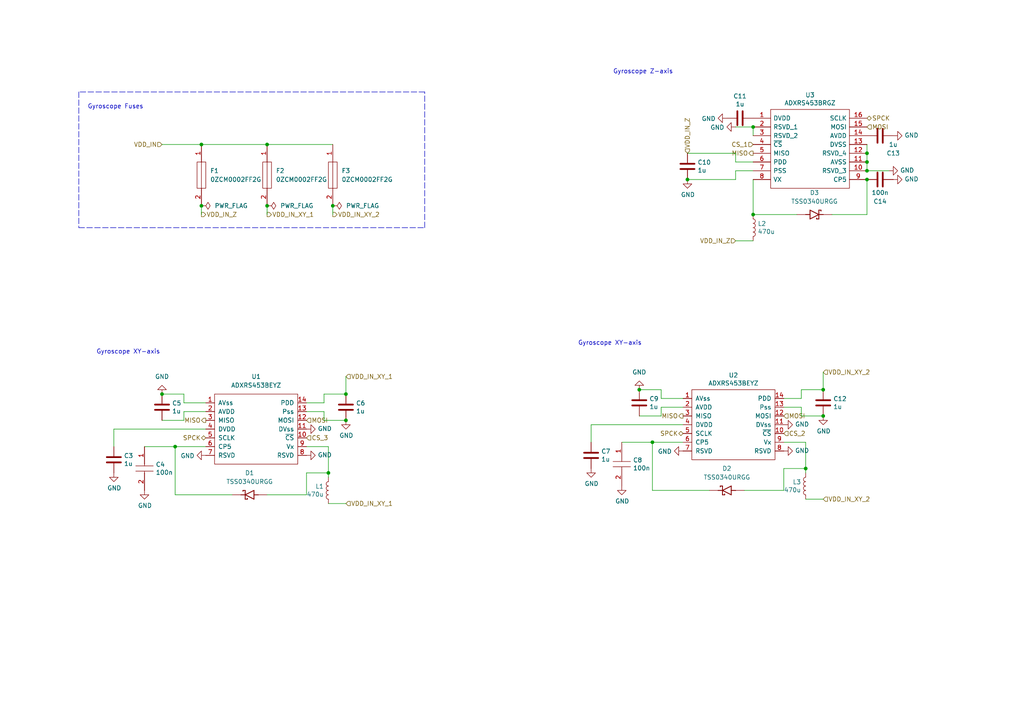
<source format=kicad_sch>
(kicad_sch (version 20211123) (generator eeschema)
  (paper "A4")
  (lib_symbols
    (symbol "ADCS_IC:0ZCM0002FF2G" (pin_names (offset 0.762))
      (property "Reference" "F" (at 13.97 6.35 0))
      (property "Value" "0ZCM0002FF2G" (at 13.97 3.81 0))
      (symbol "0ZCM0002FF2G_0_0"
        (pin passive line (at 0 0 0) (length 5.08) (name "~") (number "1"))
        (pin passive line (at 17.78 0 180) (length 5.08) (name "~") (number "2"))
      )
      (symbol "0ZCM0002FF2G_0_1"
        (polyline (pts (xy 5.08 0) (xy 12.7 0)) (stroke (width 0.1524)))
        (polyline (pts (xy 5.08 1.27) (xy 12.7 1.27) (xy 12.7 -1.27) (xy 5.08 -1.27) (xy 5.08 1.27)) (stroke (width 0.1524)))
      )
    )
    (symbol "ADCS_IC:ADXRS453BEYZ" (pin_names (offset 1.016))
      (property "Reference" "U" (at 31.75 7.62 0))
      (property "Value" "ADXRS453BEYZ" (at 38.1 5.08 0))
      (symbol "ADXRS453BEYZ_0_1"
        (rectangle (start 2.54 2.54) (end 26.67 -17.78) (stroke (width 0.1524)))
      )
      (symbol "ADXRS453BEYZ_1_1"
        (pin input line (at 0 0 0) (length 2.54) (name "AVss") (number "1"))
        (pin input line (at 29.21 -10.16 180) (length 2.54) (name "~{CS}") (number "10"))
        (pin input line (at 29.21 -7.62 180) (length 2.54) (name "DVss") (number "11"))
        (pin input line (at 29.21 -5.08 180) (length 2.54) (name "MOSI") (number "12"))
        (pin input line (at 29.21 -2.54 180) (length 2.54) (name "Pss") (number "13"))
        (pin input line (at 29.21 0 180) (length 2.54) (name "PDD") (number "14"))
        (pin input line (at 0 -2.54 0) (length 2.54) (name "AVDD") (number "2"))
        (pin input line (at 0 -5.08 0) (length 2.54) (name "MISO") (number "3"))
        (pin input line (at 0 -7.62 0) (length 2.54) (name "DVDD") (number "4"))
        (pin input line (at 0 -10.16 0) (length 2.54) (name "SCLK") (number "5"))
        (pin input line (at 0 -12.7 0) (length 2.54) (name "CP5") (number "6"))
        (pin input line (at 0 -15.24 0) (length 2.54) (name "RSVD") (number "7"))
        (pin input line (at 29.21 -15.24 180) (length 2.54) (name "RSVD") (number "8"))
        (pin input line (at 29.21 -12.7 180) (length 2.54) (name "Vx") (number "9"))
      )
    )
    (symbol "ADCS_IC:ADXRS453BRGZ" (pin_names (offset 0.762))
      (property "Reference" "U" (at 29.21 7.62 0))
      (property "Value" "ADXRS453BRGZ" (at 29.21 5.08 0))
      (symbol "ADXRS453BRGZ_0_0"
        (pin passive line (at 0 0 0) (length 5.08) (name "DVDD") (number "1"))
        (pin passive line (at 33.02 -15.24 180) (length 5.08) (name "RSVD_3") (number "10"))
        (pin passive line (at 33.02 -12.7 180) (length 5.08) (name "AVSS") (number "11"))
        (pin passive line (at 33.02 -10.16 180) (length 5.08) (name "RSVD_4") (number "12"))
        (pin passive line (at 33.02 -7.62 180) (length 5.08) (name "DVSS") (number "13"))
        (pin passive line (at 33.02 -5.08 180) (length 5.08) (name "AVDD") (number "14"))
        (pin passive line (at 33.02 -2.54 180) (length 5.08) (name "MOSI") (number "15"))
        (pin passive line (at 33.02 0 180) (length 5.08) (name "SCLK") (number "16"))
        (pin passive line (at 0 -2.54 0) (length 5.08) (name "RSVD_1") (number "2"))
        (pin passive line (at 0 -5.08 0) (length 5.08) (name "RSVD_2") (number "3"))
        (pin passive line (at 0 -7.62 0) (length 5.08) (name "~{CS}") (number "4"))
        (pin passive line (at 0 -10.16 0) (length 5.08) (name "MISO") (number "5"))
        (pin passive line (at 0 -12.7 0) (length 5.08) (name "PDD") (number "6"))
        (pin passive line (at 0 -15.24 0) (length 5.08) (name "PSS") (number "7"))
        (pin passive line (at 0 -17.78 0) (length 5.08) (name "VX") (number "8"))
        (pin passive line (at 33.02 -17.78 180) (length 5.08) (name "CP5") (number "9"))
      )
      (symbol "ADXRS453BRGZ_0_1"
        (polyline (pts (xy 5.08 2.54) (xy 27.94 2.54) (xy 27.94 -20.32) (xy 5.08 -20.32) (xy 5.08 2.54)) (stroke (width 0.1524)))
      )
    )
    (symbol "ADCS_IC:TSS0340URGG" (pin_numbers hide) (pin_names (offset 1.016) hide)
      (property "Reference" "D" (at -5.08 2.54 0))
      (property "Value" "TSS0340URGG" (at -5.08 -3.81 0))
      (symbol "TSS0340URGG_0_0"
        (polyline (pts (xy -2.54 0) (xy -1.27 0)) (stroke (width 0.254)))
        (polyline (pts (xy -1.27 -1.27) (xy 1.27 0)) (stroke (width 0.254)))
        (polyline (pts (xy -1.27 0) (xy -1.27 -1.27)) (stroke (width 0.254)))
        (polyline (pts (xy -1.27 1.27) (xy -1.27 0)) (stroke (width 0.254)))
        (polyline (pts (xy 0.635 -1.016) (xy 0.635 -1.27)) (stroke (width 0.254)))
        (polyline (pts (xy 1.27 -1.27) (xy 0.635 -1.27)) (stroke (width 0.254)))
        (polyline (pts (xy 1.27 0) (xy -1.27 1.27)) (stroke (width 0.254)))
        (polyline (pts (xy 1.27 0) (xy 1.27 -1.27)) (stroke (width 0.254)))
        (polyline (pts (xy 1.27 1.27) (xy 1.27 0)) (stroke (width 0.254)))
        (polyline (pts (xy 1.905 1.27) (xy 1.27 1.27)) (stroke (width 0.254)))
        (polyline (pts (xy 1.905 1.27) (xy 1.905 1.016)) (stroke (width 0.254)))
        (polyline (pts (xy 2.54 0) (xy 1.27 0)) (stroke (width 0.254)))
        (pin passive line (at -5.08 0 0) (length 2.54) (name "~") (number "A"))
        (pin passive line (at 5.08 0 180) (length 2.54) (name "~") (number "C"))
      )
    )
    (symbol "Device:C" (pin_numbers hide) (pin_names (offset 0.254))
      (property "Reference" "C" (at 0.635 2.54 0))
      (property "Value" "C" (at 0.635 -2.54 0))
      (symbol "C_0_1"
        (polyline (pts (xy -2.032 -0.762) (xy 2.032 -0.762)) (stroke (width 0.508)))
        (polyline (pts (xy -2.032 0.762) (xy 2.032 0.762)) (stroke (width 0.508)))
      )
      (symbol "C_1_1"
        (pin passive line (at 0 3.81 270) (length 2.794) (name "~") (number "1"))
        (pin passive line (at 0 -3.81 90) (length 2.794) (name "~") (number "2"))
      )
    )
    (symbol "Device:L" (pin_numbers hide) (pin_names (offset 1.016) hide)
      (property "Reference" "L" (at -1.27 0 90))
      (property "Value" "L" (at 1.905 0 90))
      (symbol "L_0_1"
        (arc (start 0 -2.54) (mid 0.635 -1.905) (end 0 -1.27))
        (arc (start 0 -1.27) (mid 0.635 -0.635) (end 0 0))
        (arc (start 0 0) (mid 0.635 0.635) (end 0 1.27))
        (arc (start 0 1.27) (mid 0.635 1.905) (end 0 2.54))
      )
      (symbol "L_1_1"
        (pin passive line (at 0 3.81 270) (length 1.27) (name "1") (number "1"))
        (pin passive line (at 0 -3.81 90) (length 1.27) (name "2") (number "2"))
      )
    )
    (symbol "OBC_PASSIVE:GCM155R71H104KE02J" (pin_names (offset 0.762))
      (property "Reference" "C" (at 8.89 6.35 0))
      (property "Value" "GCM155R71H104KE02J" (at 8.89 3.81 0))
      (symbol "GCM155R71H104KE02J_0_0"
        (pin passive line (at 0 0 0) (length 5.08) (name "~") (number "1"))
        (pin passive line (at 12.7 0 180) (length 5.08) (name "~") (number "2"))
      )
      (symbol "GCM155R71H104KE02J_0_1"
        (polyline (pts (xy 5.08 0) (xy 5.588 0)) (stroke (width 0.1524)))
        (polyline (pts (xy 5.588 2.54) (xy 5.588 -2.54)) (stroke (width 0.1524)))
        (polyline (pts (xy 7.112 0) (xy 7.62 0)) (stroke (width 0.1524)))
        (polyline (pts (xy 7.112 2.54) (xy 7.112 -2.54)) (stroke (width 0.1524)))
      )
    )
    (symbol "power:GND" (power) (pin_names (offset 0))
      (property "Value" "GND" (at 0 -3.81 0))
      (symbol "GND_0_1"
        (polyline (pts (xy 0 0) (xy 0 -1.27) (xy 1.27 -1.27) (xy 0 -2.54) (xy -1.27 -1.27) (xy 0 -1.27)))
      )
      (symbol "GND_1_1"
        (pin power_in line (at 0 0 270) (length 0) hide (name "GND") (number "1"))
      )
    )
    (symbol "power:PWR_FLAG" (power) (pin_numbers hide) (pin_names (offset 0) hide)
      (property "Value" "PWR_FLAG" (at 0 3.81 0))
      (symbol "PWR_FLAG_0_0"
        (pin power_out line (at 0 0 90) (length 0) (name "pwr") (number "1"))
      )
      (symbol "PWR_FLAG_0_1"
        (polyline (pts (xy 0 0) (xy 0 1.27) (xy -1.016 1.905) (xy 0 2.54) (xy 1.016 1.905) (xy 0 1.27)))
      )
    )
  )
  (junction (at 251.46 44.45))
  (junction (at 100.33 114.3))
  (junction (at 189.23 128.27))
  (junction (at 199.39 52.07))
  (junction (at 218.44 36.83))
  (junction (at 233.68 135.89))
  (junction (at 251.46 52.07))
  (junction (at 58.42 59.69))
  (junction (at 185.42 113.03))
  (junction (at 95.25 137.16))
  (junction (at 77.47 41.91))
  (junction (at 218.44 62.23))
  (junction (at 100.33 121.92))
  (junction (at 77.47 59.69))
  (junction (at 251.46 46.99))
  (junction (at 238.76 120.65))
  (junction (at 58.42 41.91))
  (junction (at 50.8 129.54))
  (junction (at 46.99 114.3))
  (junction (at 96.52 59.69))
  (junction (at 251.46 49.53))
  (junction (at 238.76 113.03))
  (wire (pts (xy 191.77 120.65) (xy 191.77 118.11)))
  (polyline (pts (xy 123.19 66.04) (xy 123.19 26.67)))
  (wire (pts (xy 77.47 41.91) (xy 96.52 41.91)))
  (wire (pts (xy 88.9 143.51) (xy 88.9 137.16)))
  (wire (pts (xy 233.68 135.89) (xy 233.68 137.16)))
  (wire (pts (xy 185.42 120.65) (xy 191.77 120.65)))
  (wire (pts (xy 218.44 49.53) (xy 213.36 49.53)))
  (wire (pts (xy 218.44 52.07) (xy 218.44 62.23)))
  (wire (pts (xy 227.33 135.89) (xy 233.68 135.89)))
  (wire (pts (xy 218.44 46.99) (xy 213.36 46.99)))
  (wire (pts (xy 96.52 62.23) (xy 96.52 59.69)))
  (wire (pts (xy 93.98 119.38) (xy 93.98 121.92)))
  (wire (pts (xy 189.23 128.27) (xy 189.23 142.24)))
  (wire (pts (xy 215.9 142.24) (xy 227.33 142.24)))
  (wire (pts (xy 88.9 119.38) (xy 93.98 119.38)))
  (wire (pts (xy 233.68 128.27) (xy 233.68 135.89)))
  (wire (pts (xy 251.46 52.07) (xy 251.46 62.23)))
  (wire (pts (xy 59.69 124.46) (xy 33.02 124.46)))
  (wire (pts (xy 59.69 116.84) (xy 53.34 116.84)))
  (wire (pts (xy 50.8 143.51) (xy 67.31 143.51)))
  (wire (pts (xy 218.44 62.23) (xy 231.14 62.23)))
  (wire (pts (xy 227.33 115.57) (xy 232.41 115.57)))
  (wire (pts (xy 213.36 52.07) (xy 199.39 52.07)))
  (wire (pts (xy 46.99 41.91) (xy 58.42 41.91)))
  (wire (pts (xy 95.25 137.16) (xy 95.25 138.43)))
  (wire (pts (xy 46.99 121.92) (xy 53.34 121.92)))
  (wire (pts (xy 191.77 113.03) (xy 185.42 113.03)))
  (wire (pts (xy 93.98 121.92) (xy 100.33 121.92)))
  (wire (pts (xy 218.44 39.37) (xy 218.44 36.83)))
  (wire (pts (xy 41.91 129.54) (xy 50.8 129.54)))
  (wire (pts (xy 88.9 137.16) (xy 95.25 137.16)))
  (wire (pts (xy 191.77 115.57) (xy 191.77 113.03)))
  (wire (pts (xy 100.33 109.22) (xy 100.33 114.3)))
  (wire (pts (xy 198.12 115.57) (xy 191.77 115.57)))
  (wire (pts (xy 232.41 120.65) (xy 238.76 120.65)))
  (wire (pts (xy 88.9 129.54) (xy 95.25 129.54)))
  (wire (pts (xy 251.46 41.91) (xy 251.46 44.45)))
  (wire (pts (xy 95.25 146.05) (xy 100.33 146.05)))
  (wire (pts (xy 53.34 114.3) (xy 46.99 114.3)))
  (wire (pts (xy 213.36 46.99) (xy 213.36 44.45)))
  (wire (pts (xy 227.33 128.27) (xy 233.68 128.27)))
  (wire (pts (xy 233.68 144.78) (xy 238.76 144.78)))
  (wire (pts (xy 180.34 128.27) (xy 189.23 128.27)))
  (wire (pts (xy 191.77 118.11) (xy 198.12 118.11)))
  (polyline (pts (xy 22.86 66.04) (xy 123.19 66.04)))
  (wire (pts (xy 213.36 44.45) (xy 199.39 44.45)))
  (wire (pts (xy 93.98 114.3) (xy 100.33 114.3)))
  (wire (pts (xy 50.8 129.54) (xy 50.8 143.51)))
  (wire (pts (xy 53.34 116.84) (xy 53.34 114.3)))
  (wire (pts (xy 58.42 41.91) (xy 77.47 41.91)))
  (wire (pts (xy 77.47 62.23) (xy 77.47 59.69)))
  (wire (pts (xy 93.98 116.84) (xy 93.98 114.3)))
  (wire (pts (xy 232.41 113.03) (xy 238.76 113.03)))
  (wire (pts (xy 251.46 49.53) (xy 257.81 49.53)))
  (polyline (pts (xy 22.86 26.67) (xy 22.86 66.04)))
  (wire (pts (xy 189.23 142.24) (xy 205.74 142.24)))
  (wire (pts (xy 59.69 129.54) (xy 50.8 129.54)))
  (wire (pts (xy 218.44 69.85) (xy 213.36 69.85)))
  (wire (pts (xy 251.46 46.99) (xy 251.46 49.53)))
  (wire (pts (xy 213.36 49.53) (xy 213.36 52.07)))
  (wire (pts (xy 58.42 62.23) (xy 58.42 59.69)))
  (wire (pts (xy 218.44 36.83) (xy 213.36 36.83)))
  (wire (pts (xy 232.41 115.57) (xy 232.41 113.03)))
  (wire (pts (xy 238.76 107.95) (xy 238.76 113.03)))
  (wire (pts (xy 198.12 123.19) (xy 171.45 123.19)))
  (wire (pts (xy 171.45 123.19) (xy 171.45 128.27)))
  (wire (pts (xy 241.3 62.23) (xy 251.46 62.23)))
  (wire (pts (xy 88.9 116.84) (xy 93.98 116.84)))
  (wire (pts (xy 251.46 44.45) (xy 251.46 46.99)))
  (polyline (pts (xy 123.19 26.67) (xy 22.86 26.67)))
  (wire (pts (xy 198.12 128.27) (xy 189.23 128.27)))
  (wire (pts (xy 95.25 129.54) (xy 95.25 137.16)))
  (wire (pts (xy 53.34 121.92) (xy 53.34 119.38)))
  (wire (pts (xy 232.41 118.11) (xy 232.41 120.65)))
  (wire (pts (xy 227.33 142.24) (xy 227.33 135.89)))
  (wire (pts (xy 227.33 118.11) (xy 232.41 118.11)))
  (wire (pts (xy 53.34 119.38) (xy 59.69 119.38)))
  (wire (pts (xy 33.02 124.46) (xy 33.02 129.54)))
  (wire (pts (xy 77.47 143.51) (xy 88.9 143.51)))
  (text "Gyroscope Fuses" (at 25.4 31.75 0) (effects (font (size 1.27 1.27)) (justify left bottom)))
  (text "Gyroscope XY-axis" (at 27.94 102.87 0) (effects (font (size 1.27 1.27)) (justify left bottom)))
  (text "Gyroscope XY-axis" (at 167.64 100.33 0) (effects (font (size 1.27 1.27)) (justify left bottom)))
  (text "Gyroscope Z-axis" (at 177.8 21.59 0) (effects (font (size 1.27 1.27)) (justify left bottom)))
  (hierarchical_label "CS_3" (shape input) (at 88.9 127 0))
  (hierarchical_label "MOSI" (shape input) (at 251.46 36.83 0))
  (hierarchical_label "VDD_IN_XY_1" (shape input) (at 100.33 109.22 0))
  (hierarchical_label "SPCK" (shape bidirectional) (at 251.46 34.29 0))
  (hierarchical_label "VDD_IN_XY_2" (shape output) (at 96.52 62.23 0))
  (hierarchical_label "VDD_IN_Z" (shape input) (at 199.39 44.45 90))
  (hierarchical_label "CS_2" (shape input) (at 227.33 125.73 0))
  (hierarchical_label "SPCK" (shape bidirectional) (at 198.12 125.73 180))
  (hierarchical_label "VDD_IN_XY_1" (shape output) (at 77.47 62.23 0))
  (hierarchical_label "SPCK" (shape bidirectional) (at 59.69 127 180))
  (hierarchical_label "VDD_IN_XY_2" (shape input) (at 238.76 107.95 0))
  (hierarchical_label "MISO" (shape output) (at 198.12 120.65 180))
  (hierarchical_label "VDD_IN_XY_1" (shape input) (at 100.33 146.05 0))
  (hierarchical_label "VDD_IN_Z" (shape output) (at 58.42 62.23 0))
  (hierarchical_label "VDD_IN_XY_2" (shape input) (at 238.76 144.78 0))
  (hierarchical_label "MISO" (shape output) (at 59.69 121.92 180))
  (hierarchical_label "MISO" (shape output) (at 218.44 44.45 180))
  (hierarchical_label "VDD_IN_Z" (shape input) (at 213.36 69.85 180))
  (hierarchical_label "VDD_IN" (shape input) (at 46.99 41.91 180))
  (hierarchical_label "MOSI" (shape input) (at 88.9 121.92 0))
  (hierarchical_label "MOSI" (shape input) (at 227.33 120.65 0))
  (hierarchical_label "CS_1" (shape input) (at 218.44 41.91 180))
  (symbol (lib_id "power:GND") (at 88.9 132.08 90) (unit 1)
    (property "Reference" "#PWR0125" (effects hide))
    (property "Value" "GND" (at 92.1512 131.953 90) (effects (justify right)))
  )
  (symbol (lib_id "Device:C") (at 100.33 118.11 0) (unit 1)
    (property "Reference" "C6" (at 103.251 116.9416 0) (effects (justify left)))
    (property "Value" "1u" (at 103.251 119.253 0) (effects (justify left)))
    (property "Footprint" "Capacitor_SMD:C_0603_1608Metric" (effects hide))
  )
  (symbol (lib_id "Device:L") (at 218.44 66.04 0) (unit 1)
    (property "Reference" "L2" (at 219.7608 64.8716 0) (effects (justify left)))
    (property "Value" "470u" (at 219.7608 67.183 0) (effects (justify left)))
    (property "Footprint" "Inductor_SMD:L_1210_3225Metric" (effects hide))
  )
  (symbol (lib_id "ADCS_IC:TSS0340URGG") (at 236.22 62.23 0) (unit 1)
    (property "Reference" "D3" (at 236.22 55.88 0))
    (property "Value" "TSS0340URGG" (at 236.22 58.42 0))
    (property "Footprint" "ADCS_IC:DIO_TSS0340URGG" (effects hide))
    (property "Availability" "In Stock" (effects hide))
    (property "Price" "None" (effects hide))
    (property "MF" "Taiwan Semiconductor Corporation" (effects hide))
    (property "Purchase-URL" "https://pricing.snapeda.com/search/part/TSS0230U RGG/?ref=eda" (effects hide))
    (property "Description" "603, 35V, 0.2A, Schottky Diode" (effects hide))
    (property "MP" "TSS0230U RGG" (effects hide))
    (property "Package" "0603 Taiwan Semiconductor" (effects hide))
  )
  (symbol (lib_id "power:GND") (at 213.36 36.83 270) (unit 1)
    (property "Reference" "#PWR0116" (effects hide))
    (property "Value" "GND" (at 210.1088 36.957 90) (effects (justify right)))
  )
  (symbol (lib_id "OBC_PASSIVE:GCM155R71H104KE02J") (at 180.34 128.27 270) (unit 1)
    (property "Reference" "C8" (at 183.5912 133.4516 90) (effects (justify left)))
    (property "Value" "100n" (at 183.5912 135.763 90) (effects (justify left)))
    (property "Footprint" "Capacitor_SMD:C_0402_1005Metric" (effects hide))
    (property "Datasheet" "https://psearch.en.murata.com/capacitor/product/GCM155R71H104KE02%23.html" (effects hide))
    (property "Description" "Capacitor GCM15 L=1.0mm W=0.5mm T=0.5mm" (effects hide))
    (property "Height" "0.55" (effects hide))
    (property "Mouser Part Number" "81-GCM155R71H104KE2J" (effects hide))
    (property "Mouser Price/Stock" "https://www.mouser.co.uk/ProductDetail/Murata-Electronics/GCM155R71H104KE02J?qs=hNud%2FORuBR1wlwGPFWBVDg%3D%3D" (effects hide))
    (property "Manufacturer_Name" "Murata Electronics" (effects hide))
    (property "Manufacturer_Part_Number" "GCM155R71H104KE02J" (effects hide))
  )
  (symbol (lib_id "Device:L") (at 233.68 140.97 0) (mirror y) (unit 1)
    (property "Reference" "L3" (at 232.3592 139.8016 0) (effects (justify left)))
    (property "Value" "470u" (at 232.3592 142.113 0) (effects (justify left)))
    (property "Footprint" "Inductor_SMD:L_1210_3225Metric" (effects hide))
  )
  (symbol (lib_id "power:GND") (at 227.33 123.19 90) (unit 1)
    (property "Reference" "#PWR0117" (effects hide))
    (property "Value" "GND" (at 230.5812 123.063 90) (effects (justify right)))
  )
  (symbol (lib_id "ADCS_IC:ADXRS453BEYZ") (at 198.12 115.57 0) (unit 1)
    (property "Reference" "U2" (at 212.725 108.839 0))
    (property "Value" "ADXRS453BEYZ" (at 212.725 111.1504 0))
    (property "Footprint" "ADCS_IC:ADXRS453BEYZ" (effects hide))
    (property "Datasheet" "https://gr.mouser.com/datasheet/2/609/ADXRS453-1503743.pdf" (effects hide))
  )
  (symbol (lib_id "ADCS_IC:0ZCM0002FF2G") (at 58.42 41.91 270) (unit 1)
    (property "Reference" "F1" (at 60.96 49.5299 90) (effects (justify left)))
    (property "Value" "0ZCM0002FF2G" (at 60.96 52.0699 90) (effects (justify left)))
    (property "Footprint" "ADCS_IC:FUSC1607X85N" (effects hide))
    (property "Datasheet" "https://www.belfuse.com/product-detail/circuit-protection-0zcm-series" (effects hide))
    (property "Description" "AEC-Q Compliant 0603 chip size, surface mount PTC resettable fuse" (effects hide))
    (property "Height" "0.85" (effects hide))
    (property "Manufacturer_Name" "Bel" (effects hide))
    (property "Manufacturer_Part_Number" "0ZCM0002FF2G" (effects hide))
  )
  (symbol (lib_id "power:GND") (at 180.34 140.97 0) (unit 1)
    (property "Reference" "#PWR0130" (effects hide))
    (property "Value" "GND" (at 180.467 145.3642 0))
  )
  (symbol (lib_id "power:GND") (at 88.9 124.46 90) (unit 1)
    (property "Reference" "#PWR0124" (effects hide))
    (property "Value" "GND" (at 92.1512 124.333 90) (effects (justify right)))
  )
  (symbol (lib_id "power:GND") (at 259.08 52.07 90) (unit 1)
    (property "Reference" "#PWR0113" (effects hide))
    (property "Value" "GND" (at 262.3312 51.943 90) (effects (justify right)))
  )
  (symbol (lib_id "Device:C") (at 255.27 39.37 90) (unit 1)
    (property "Reference" "C13" (at 259.08 44.45 90))
    (property "Value" "1u" (at 259.08 41.91 90))
    (property "Footprint" "Capacitor_SMD:C_0603_1608Metric" (effects hide))
  )
  (symbol (lib_id "ADCS_IC:0ZCM0002FF2G") (at 96.52 41.91 270) (unit 1)
    (property "Reference" "F3" (at 99.06 49.5299 90) (effects (justify left)))
    (property "Value" "0ZCM0002FF2G" (at 99.06 52.0699 90) (effects (justify left)))
    (property "Footprint" "ADCS_IC:FUSC1607X85N" (effects hide))
    (property "Datasheet" "https://www.belfuse.com/product-detail/circuit-protection-0zcm-series" (effects hide))
    (property "Description" "AEC-Q Compliant 0603 chip size, surface mount PTC resettable fuse" (effects hide))
    (property "Height" "0.85" (effects hide))
    (property "Manufacturer_Name" "Bel" (effects hide))
    (property "Manufacturer_Part_Number" "0ZCM0002FF2G" (effects hide))
  )
  (symbol (lib_id "power:GND") (at 41.91 142.24 0) (unit 1)
    (property "Reference" "#PWR0128" (effects hide))
    (property "Value" "GND" (at 42.037 146.6342 0))
  )
  (symbol (lib_id "power:GND") (at 210.82 34.29 270) (unit 1)
    (property "Reference" "#PWR0115" (effects hide))
    (property "Value" "GND" (at 207.5688 34.417 90) (effects (justify right)))
  )
  (symbol (lib_id "power:GND") (at 259.08 39.37 90) (unit 1)
    (property "Reference" "#PWR0112" (effects hide))
    (property "Value" "GND" (at 262.3312 39.243 90) (effects (justify right)))
  )
  (symbol (lib_id "Device:C") (at 238.76 116.84 0) (unit 1)
    (property "Reference" "C12" (at 241.681 115.6716 0) (effects (justify left)))
    (property "Value" "1u" (at 241.681 117.983 0) (effects (justify left)))
    (property "Footprint" "Capacitor_SMD:C_0603_1608Metric" (effects hide))
  )
  (symbol (lib_id "power:GND") (at 198.12 130.81 270) (unit 1)
    (property "Reference" "#PWR0132" (effects hide))
    (property "Value" "GND" (at 194.8688 130.937 90) (effects (justify right)))
  )
  (symbol (lib_id "power:GND") (at 257.81 49.53 90) (unit 1)
    (property "Reference" "#PWR0114" (effects hide))
    (property "Value" "GND" (at 261.0612 49.403 90) (effects (justify right)))
  )
  (symbol (lib_id "power:GND") (at 199.39 52.07 0) (unit 1)
    (property "Reference" "#PWR0111" (effects hide))
    (property "Value" "GND" (at 199.517 56.4642 0))
  )
  (symbol (lib_id "power:PWR_FLAG") (at 96.52 59.69 270) (unit 1)
    (property "Reference" "#FLG0103" (effects hide))
    (property "Value" "PWR_FLAG" (at 100.33 59.6899 90) (effects (justify left)))
  )
  (symbol (lib_id "power:GND") (at 100.33 121.92 0) (unit 1)
    (property "Reference" "#PWR0123" (effects hide))
    (property "Value" "GND" (at 100.457 126.3142 0))
  )
  (symbol (lib_id "power:PWR_FLAG") (at 58.42 59.69 270) (unit 1)
    (property "Reference" "#FLG0105" (effects hide))
    (property "Value" "PWR_FLAG" (at 62.23 59.6899 90) (effects (justify left)))
  )
  (symbol (lib_id "power:GND") (at 227.33 130.81 90) (unit 1)
    (property "Reference" "#PWR0122" (effects hide))
    (property "Value" "GND" (at 230.5812 130.683 90) (effects (justify right)))
  )
  (symbol (lib_id "Device:C") (at 214.63 34.29 90) (unit 1)
    (property "Reference" "C11" (at 214.63 27.8892 90))
    (property "Value" "1u" (at 214.63 30.2006 90))
    (property "Footprint" "Capacitor_SMD:C_0603_1608Metric" (effects hide))
  )
  (symbol (lib_id "ADCS_IC:ADXRS453BRGZ") (at 218.44 34.29 0) (unit 1)
    (property "Reference" "U3" (at 234.95 27.559 0))
    (property "Value" "ADXRS453BRGZ" (at 234.95 29.8704 0))
    (property "Footprint" "ADCS_IC:ADXRS453BRGZ" (effects hide))
    (property "Datasheet" "https://www.analog.com/media/en/technical-documentation/data-sheets/ADXRS453.pdf" (effects hide))
    (property "Description" "ADXRS453BRGZ Analog Devices, Gyroscope, SPI, 16-Pin SOIC" (effects hide))
    (property "Height" "3.73" (effects hide))
    (property "Manufacturer_Name" "Analog Devices" (effects hide))
    (property "Manufacturer_Part_Number" "ADXRS453BRGZ" (effects hide))
    (property "Mouser Part Number" "584-ADXRS453BRGZ" (effects hide))
    (property "Mouser Price/Stock" "https://www.mouser.co.uk/ProductDetail/Analog-Devices/ADXRS453BRGZ?qs=WIvQP4zGanhxCya%2FzhGurw%3D%3D" (effects hide))
    (property "Arrow Part Number" "ADXRS453BRGZ" (effects hide))
    (property "Arrow Price/Stock" "https://www.arrow.com/en/products/adxrs453brgz/analog-devices" (effects hide))
  )
  (symbol (lib_id "power:PWR_FLAG") (at 77.47 59.69 270) (unit 1)
    (property "Reference" "#FLG0104" (effects hide))
    (property "Value" "PWR_FLAG" (at 81.28 59.6899 90) (effects (justify left)))
  )
  (symbol (lib_id "power:GND") (at 171.45 135.89 0) (unit 1)
    (property "Reference" "#PWR0131" (effects hide))
    (property "Value" "GND" (at 171.577 140.2842 0))
  )
  (symbol (lib_id "OBC_PASSIVE:GCM155R71H104KE02J") (at 41.91 129.54 270) (unit 1)
    (property "Reference" "C4" (at 45.1612 134.7216 90) (effects (justify left)))
    (property "Value" "100n" (at 45.1612 137.033 90) (effects (justify left)))
    (property "Footprint" "Capacitor_SMD:C_0402_1005Metric" (effects hide))
    (property "Datasheet" "https://psearch.en.murata.com/capacitor/product/GCM155R71H104KE02%23.html" (effects hide))
    (property "Description" "Capacitor GCM15 L=1.0mm W=0.5mm T=0.5mm" (effects hide))
    (property "Height" "0.55" (effects hide))
    (property "Mouser Part Number" "81-GCM155R71H104KE2J" (effects hide))
    (property "Mouser Price/Stock" "https://www.mouser.co.uk/ProductDetail/Murata-Electronics/GCM155R71H104KE02J?qs=hNud%2FORuBR1wlwGPFWBVDg%3D%3D" (effects hide))
    (property "Manufacturer_Name" "Murata Electronics" (effects hide))
    (property "Manufacturer_Part_Number" "GCM155R71H104KE02J" (effects hide))
  )
  (symbol (lib_id "Device:C") (at 33.02 133.35 0) (unit 1)
    (property "Reference" "C3" (at 35.941 132.1816 0) (effects (justify left)))
    (property "Value" "1u" (at 35.941 134.493 0) (effects (justify left)))
    (property "Footprint" "Capacitor_SMD:C_0603_1608Metric" (effects hide))
  )
  (symbol (lib_id "ADCS_IC:TSS0340URGG") (at 72.39 143.51 0) (mirror y) (unit 1)
    (property "Reference" "D1" (at 72.39 137.16 0))
    (property "Value" "TSS0340URGG" (at 72.39 139.7 0))
    (property "Footprint" "ADCS_IC:DIO_TSS0340URGG" (effects hide))
    (property "Availability" "In Stock" (effects hide))
    (property "Price" "None" (effects hide))
    (property "MF" "Taiwan Semiconductor Corporation" (effects hide))
    (property "Purchase-URL" "https://pricing.snapeda.com/search/part/TSS0230U RGG/?ref=eda" (effects hide))
    (property "Description" "603, 35V, 0.2A, Schottky Diode" (effects hide))
    (property "MP" "TSS0230U RGG" (effects hide))
    (property "Package" "0603 Taiwan Semiconductor" (effects hide))
  )
  (symbol (lib_id "Device:C") (at 255.27 52.07 90) (unit 1)
    (property "Reference" "C14" (at 255.27 58.42 90))
    (property "Value" "100n" (at 255.27 55.88 90))
    (property "Footprint" "Capacitor_SMD:C_0402_1005Metric" (effects hide))
  )
  (symbol (lib_id "power:GND") (at 238.76 120.65 0) (unit 1)
    (property "Reference" "#PWR0118" (effects hide))
    (property "Value" "GND" (at 238.887 125.0442 0))
  )
  (symbol (lib_id "power:GND") (at 33.02 137.16 0) (unit 1)
    (property "Reference" "#PWR0129" (effects hide))
    (property "Value" "GND" (at 33.147 141.5542 0))
  )
  (symbol (lib_id "Device:C") (at 46.99 118.11 0) (unit 1)
    (property "Reference" "C5" (at 49.911 116.9416 0) (effects (justify left)))
    (property "Value" "1u" (at 49.911 119.253 0) (effects (justify left)))
    (property "Footprint" "Capacitor_SMD:C_0603_1608Metric" (effects hide))
  )
  (symbol (lib_id "power:GND") (at 59.69 132.08 270) (unit 1)
    (property "Reference" "#PWR0126" (effects hide))
    (property "Value" "GND" (at 56.4388 132.207 90) (effects (justify right)))
  )
  (symbol (lib_id "ADCS_IC:ADXRS453BEYZ") (at 59.69 116.84 0) (unit 1)
    (property "Reference" "U1" (at 74.295 109.22 0))
    (property "Value" "ADXRS453BEYZ" (at 74.295 111.76 0))
    (property "Footprint" "ADCS_IC:ADXRS453BEYZ" (effects hide))
    (property "Datasheet" "https://gr.mouser.com/datasheet/2/609/ADXRS453-1503743.pdf" (effects hide))
  )
  (symbol (lib_id "Device:C") (at 199.39 48.26 0) (unit 1)
    (property "Reference" "C10" (at 202.311 47.0916 0) (effects (justify left)))
    (property "Value" "1u" (at 202.311 49.403 0) (effects (justify left)))
    (property "Footprint" "Capacitor_SMD:C_0603_1608Metric" (effects hide))
  )
  (symbol (lib_id "Device:L") (at 95.25 142.24 0) (mirror y) (unit 1)
    (property "Reference" "L1" (at 93.9292 141.0716 0) (effects (justify left)))
    (property "Value" "470u" (at 93.9292 143.383 0) (effects (justify left)))
    (property "Footprint" "Inductor_SMD:L_1210_3225Metric" (effects hide))
  )
  (symbol (lib_id "ADCS_IC:0ZCM0002FF2G") (at 77.47 41.91 270) (unit 1)
    (property "Reference" "F2" (at 80.01 49.5299 90) (effects (justify left)))
    (property "Value" "0ZCM0002FF2G" (at 80.01 52.0699 90) (effects (justify left)))
    (property "Footprint" "ADCS_IC:FUSC1607X85N" (effects hide))
    (property "Datasheet" "https://www.belfuse.com/product-detail/circuit-protection-0zcm-series" (effects hide))
    (property "Description" "AEC-Q Compliant 0603 chip size, surface mount PTC resettable fuse" (effects hide))
    (property "Height" "0.85" (effects hide))
    (property "Manufacturer_Name" "Bel" (effects hide))
    (property "Manufacturer_Part_Number" "0ZCM0002FF2G" (effects hide))
  )
  (symbol (lib_id "power:GND") (at 46.99 114.3 180) (unit 1)
    (property "Reference" "#PWR0127" (effects hide))
    (property "Value" "GND" (at 46.99 109.22 0))
  )
  (symbol (lib_id "Device:C") (at 185.42 116.84 0) (unit 1)
    (property "Reference" "C9" (at 188.341 115.6716 0) (effects (justify left)))
    (property "Value" "1u" (at 188.341 117.983 0) (effects (justify left)))
    (property "Footprint" "Capacitor_SMD:C_0603_1608Metric" (effects hide))
  )
  (symbol (lib_id "ADCS_IC:TSS0340URGG") (at 210.82 142.24 0) (mirror y) (unit 1)
    (property "Reference" "D2" (at 210.82 135.89 0))
    (property "Value" "TSS0340URGG" (at 210.82 138.43 0))
    (property "Footprint" "ADCS_IC:DIO_TSS0340URGG" (effects hide))
    (property "Availability" "In Stock" (effects hide))
    (property "Price" "None" (effects hide))
    (property "MF" "Taiwan Semiconductor Corporation" (effects hide))
    (property "Purchase-URL" "https://pricing.snapeda.com/search/part/TSS0230U RGG/?ref=eda" (effects hide))
    (property "Description" "603, 35V, 0.2A, Schottky Diode" (effects hide))
    (property "MP" "TSS0230U RGG" (effects hide))
    (property "Package" "0603 Taiwan Semiconductor" (effects hide))
  )
  (symbol (lib_id "power:GND") (at 185.42 113.03 180) (unit 1)
    (property "Reference" "#PWR0133" (effects hide))
    (property "Value" "GND" (at 185.42 107.95 0))
  )
  (symbol (lib_id "Device:C") (at 171.45 132.08 0) (unit 1)
    (property "Reference" "C7" (at 174.371 130.9116 0) (effects (justify left)))
    (property "Value" "1u" (at 174.371 133.223 0) (effects (justify left)))
    (property "Footprint" "Capacitor_SMD:C_0603_1608Metric" (effects hide))
  )
)
</source>
